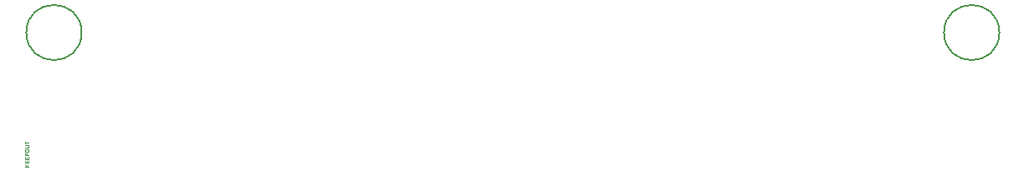
<source format=gbr>
%TF.GenerationSoftware,KiCad,Pcbnew,8.0.2*%
%TF.CreationDate,2024-05-20T13:08:33-07:00*%
%TF.ProjectId,USB_8769M,5553425f-3837-4363-994d-2e6b69636164,rev?*%
%TF.SameCoordinates,Original*%
%TF.FileFunction,Other,Comment*%
%FSLAX46Y46*%
G04 Gerber Fmt 4.6, Leading zero omitted, Abs format (unit mm)*
G04 Created by KiCad (PCBNEW 8.0.2) date 2024-05-20 13:08:33*
%MOMM*%
%LPD*%
G01*
G04 APERTURE LIST*
%ADD10C,0.070000*%
%ADD11C,0.150000*%
G04 APERTURE END LIST*
D10*
X100946407Y-109808095D02*
X100546407Y-109808095D01*
X100946407Y-109579524D02*
X100717836Y-109750953D01*
X100546407Y-109579524D02*
X100774979Y-109808095D01*
X100736883Y-109408095D02*
X100736883Y-109274762D01*
X100946407Y-109217619D02*
X100946407Y-109408095D01*
X100946407Y-109408095D02*
X100546407Y-109408095D01*
X100546407Y-109408095D02*
X100546407Y-109217619D01*
X100736883Y-109046190D02*
X100736883Y-108912857D01*
X100946407Y-108855714D02*
X100946407Y-109046190D01*
X100946407Y-109046190D02*
X100546407Y-109046190D01*
X100546407Y-109046190D02*
X100546407Y-108855714D01*
X100946407Y-108684285D02*
X100546407Y-108684285D01*
X100546407Y-108684285D02*
X100546407Y-108531904D01*
X100546407Y-108531904D02*
X100565455Y-108493809D01*
X100565455Y-108493809D02*
X100584502Y-108474762D01*
X100584502Y-108474762D02*
X100622598Y-108455714D01*
X100622598Y-108455714D02*
X100679740Y-108455714D01*
X100679740Y-108455714D02*
X100717836Y-108474762D01*
X100717836Y-108474762D02*
X100736883Y-108493809D01*
X100736883Y-108493809D02*
X100755931Y-108531904D01*
X100755931Y-108531904D02*
X100755931Y-108684285D01*
X100546407Y-108208095D02*
X100546407Y-108131904D01*
X100546407Y-108131904D02*
X100565455Y-108093809D01*
X100565455Y-108093809D02*
X100603550Y-108055714D01*
X100603550Y-108055714D02*
X100679740Y-108036666D01*
X100679740Y-108036666D02*
X100813074Y-108036666D01*
X100813074Y-108036666D02*
X100889264Y-108055714D01*
X100889264Y-108055714D02*
X100927360Y-108093809D01*
X100927360Y-108093809D02*
X100946407Y-108131904D01*
X100946407Y-108131904D02*
X100946407Y-108208095D01*
X100946407Y-108208095D02*
X100927360Y-108246190D01*
X100927360Y-108246190D02*
X100889264Y-108284285D01*
X100889264Y-108284285D02*
X100813074Y-108303333D01*
X100813074Y-108303333D02*
X100679740Y-108303333D01*
X100679740Y-108303333D02*
X100603550Y-108284285D01*
X100603550Y-108284285D02*
X100565455Y-108246190D01*
X100565455Y-108246190D02*
X100546407Y-108208095D01*
X100546407Y-107865237D02*
X100870217Y-107865237D01*
X100870217Y-107865237D02*
X100908312Y-107846190D01*
X100908312Y-107846190D02*
X100927360Y-107827142D01*
X100927360Y-107827142D02*
X100946407Y-107789047D01*
X100946407Y-107789047D02*
X100946407Y-107712856D01*
X100946407Y-107712856D02*
X100927360Y-107674761D01*
X100927360Y-107674761D02*
X100908312Y-107655714D01*
X100908312Y-107655714D02*
X100870217Y-107636666D01*
X100870217Y-107636666D02*
X100546407Y-107636666D01*
X100546407Y-107503332D02*
X100546407Y-107274761D01*
X100946407Y-107389047D02*
X100546407Y-107389047D01*
D11*
%TO.C,H1*%
X106300000Y-96200000D02*
G75*
G02*
X100700000Y-96200000I-2800000J0D01*
G01*
X100700000Y-96200000D02*
G75*
G02*
X106300000Y-96200000I2800000J0D01*
G01*
%TO.C,H2*%
X199100000Y-96200000D02*
G75*
G02*
X193500000Y-96200000I-2800000J0D01*
G01*
X193500000Y-96200000D02*
G75*
G02*
X199100000Y-96200000I2800000J0D01*
G01*
%TD*%
M02*

</source>
